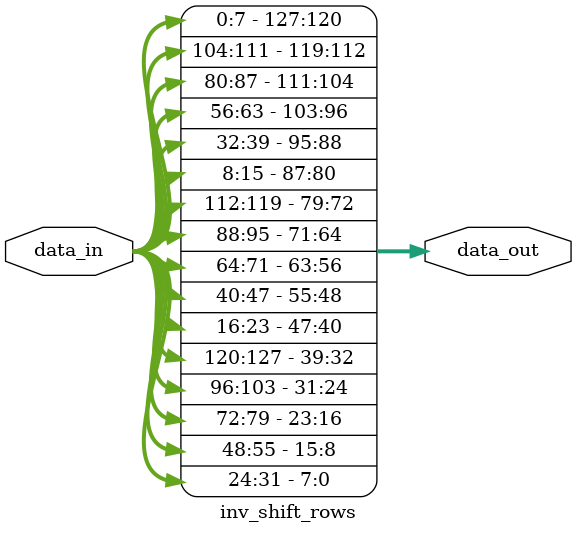
<source format=v>
module inv_shift_rows(
  input [0:127] data_in,
  output reg [0:127] data_out
);
always @*
begin

data_out[0:7] = data_in[0:7];
data_out[8:15] = data_in[104:111];
data_out[16:23] = data_in[80:87];
data_out[24:31] = data_in[56:63];

data_out[32:39] = data_in[32:39];
data_out[40:47] = data_in[8:15];
data_out[48:55] = data_in[112:119];
data_out[56:63] = data_in[88:95];

data_out[64:71] = data_in[64:71];
data_out[72:79] = data_in[40:47];
data_out[80:87] = data_in[16:23];
data_out[88:95] = data_in[120:127];

data_out[96:103] = data_in[96:103];
data_out[104:111] = data_in[72:79];
data_out[112:119] = data_in[48:55];
data_out[120:127] = data_in[24:31];
end
endmodule
</source>
